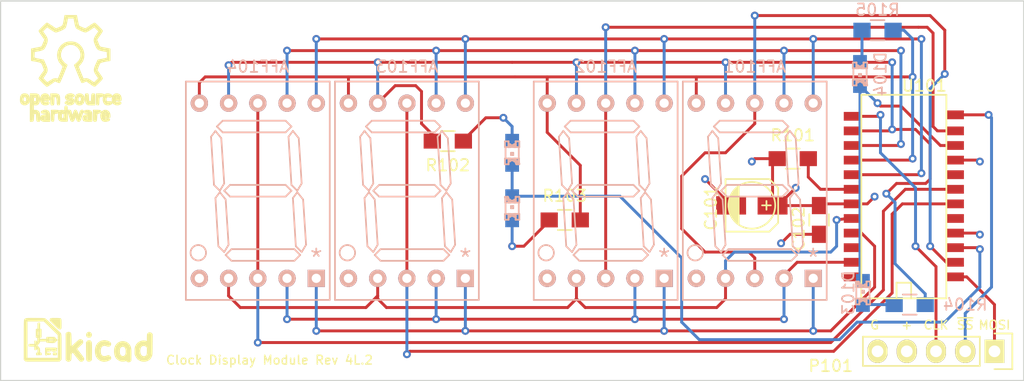
<source format=kicad_pcb>
(kicad_pcb (version 4) (host pcbnew "(2015-05-26 BZR 5680)-product")
  (title_block (title "Clock Display Module") (rev 4L.2))
  (layers (0 F.Cu signal) (1 V+ signal hide) (2 GND signal hide) (31 B.Cu signal) (34 B.Paste user) (35 F.Paste user) (36 B.SilkS user) (37 F.SilkS user) (38 B.Mask user) (39 F.Mask user) (44 Edge.Cuts user))
  (net 0 "")
  (net 1 Seg_E)
  (net 2 Seg_D)
  (net 3 Dig_0)
  (net 4 Seg_C)
  (net 5 Seg_B)
  (net 6 Seg_A)
  (net 7 Seg_F)
  (net 8 Seg_G)
  (net 9 Dig_1)
  (net 10 Dig_2)
  (net 11 Dig_3)
  (net 12 V+)
  (net 13 GND)
  (net 14 Signal)
  (net 15 MOSI)
  (net 16 ~SS)
  (net 17 CLK)
  (net 18 "Net-(R101-Pad2)")
  (net 19 "Net-(D101-Pad2)")
  (net 20 Colon)
  (net 21 "Net-(D102-Pad2)")
  (net 22 "Net-(D103-Pad2)")
  (net 23 "Net-(D104-Pad2)")
  (module Capacitors_SMD:c_elec_4x5.8 (layer F.Cu) (at 136.398 53.34)
    (fp_text reference C101 (at -3.556 0.254 90) (layer F.SilkS))
    (fp_text value 10u hide)
    (pad 1 smd rect (at 1.80086 0) (size 2.60096 1.6002) (layers F.Cu F.Paste F.Mask) (net 12 V+))
    (pad 2 smd rect (at -1.80086 0) (size 2.60096 1.6002) (layers F.Cu F.Paste F.Mask) (net 13 GND))
  )
  (module Capacitors_SMD:C_0805_HandSoldering (layer F.Cu) (at 142.24 54.61 270)
    (fp_text reference C102 (at 0.762 1.778 270) (layer F.SilkS))
    (fp_text value 0.1u hide)
    (pad 1 smd rect (at -1.25 0 270) (size 1.5 1.25) (layers F.Cu F.Paste F.Mask) (net 12 V+))
    (pad 2 smd rect (at 1.25 0 270) (size 1.5 1.25) (layers F.Cu F.Paste F.Mask) (net 13 GND))
  )
  (module LEDs:LED-0805 (layer B.Cu) (at 115.57 53.594 270)
    (fp_text reference D102 hide)
    (fp_text value Colon2)
    (pad 2 smd rect (at 1.04902 0 90) (size 1.19888 1.19888) (layers B.Cu B.Paste B.Mask) (net 21 "Net-(D102-Pad2)"))
    (pad 1 smd rect (at -1.04902 0 90) (size 1.19888 1.19888) (layers B.Cu B.Paste B.Mask) (net 20 Colon))
  )
  (module LEDs:LED-0805 (layer B.Cu) (at 146.05 60.96 270)
    (fp_text reference D103 (at 0 1.27 270) (layer B.SilkS) (effects (justify mirror)))
    (fp_text value Alarm)
    (pad 2 smd rect (at 1.04902 0 90) (size 1.19888 1.19888) (layers B.Cu B.Paste B.Mask) (net 22 "Net-(D103-Pad2)"))
    (pad 1 smd rect (at -1.04902 0 90) (size 1.19888 1.19888) (layers B.Cu B.Paste B.Mask) (net 14 Signal))
  )
  (module LEDs:LED-0805 (layer B.Cu) (at 145.796 41.91 90)
    (fp_text reference D104 (at 0 1.778 90) (layer B.SilkS) (effects (justify mirror)))
    (fp_text value Auto)
    (pad 2 smd rect (at 1.04902 0 270) (size 1.19888 1.19888) (layers B.Cu B.Paste B.Mask) (net 23 "Net-(D104-Pad2)"))
    (pad 1 smd rect (at -1.04902 0 270) (size 1.19888 1.19888) (layers B.Cu B.Paste B.Mask) (net 14 Signal))
  )
  (module Pin_Headers:Pin_Header_Straight_1x05 (layer F.Cu) (at 157.48 66.04 270)
    (fp_text reference P101 (at 1.27 14.224 360) (layer F.SilkS))
    (fp_text value CONN_01X05 hide)
    (pad 1 thru_hole rect (at 0 0 270) (size 2.032 1.7272) (drill 1.016) (layers *.Cu *.Mask F.SilkS) (net 15 MOSI))
    (pad 2 thru_hole oval (at 0 2.54 270) (size 2.032 1.7272) (drill 1.016) (layers *.Cu *.Mask F.SilkS) (net 16 ~SS))
    (pad 3 thru_hole oval (at 0 5.08 270) (size 2.032 1.7272) (drill 1.016) (layers *.Cu *.Mask F.SilkS) (net 17 CLK))
    (pad 4 thru_hole oval (at 0 7.62 270) (size 2.032 1.7272) (drill 1.016) (layers *.Cu *.Mask F.SilkS) (net 12 V+))
    (pad 5 thru_hole oval (at 0 10.16 270) (size 2.032 1.7272) (drill 1.016) (layers *.Cu *.Mask F.SilkS) (net 13 GND))
  )
  (module Resistors_SMD:R_0805_HandSoldering (layer F.Cu) (at 139.954 49.276)
    (fp_text reference R101 (at 0 -2.032) (layer F.SilkS))
    (fp_text value 25K hide)
    (pad 1 smd rect (at -1.35 0) (size 1.5 1.3) (layers F.Cu F.Paste F.Mask) (net 12 V+))
    (pad 2 smd rect (at 1.35 0) (size 1.5 1.3) (layers F.Cu F.Paste F.Mask) (net 18 "Net-(R101-Pad2)"))
  )
  (module LEDs:LED-0805 (layer B.Cu) (at 115.57 48.768 90)
    (fp_text reference D101 hide)
    (fp_text value Colon1)
    (pad 2 smd rect (at 1.04902 0 270) (size 1.19888 1.19888) (layers B.Cu B.Paste B.Mask) (net 19 "Net-(D101-Pad2)"))
    (pad 1 smd rect (at -1.04902 0 270) (size 1.19888 1.19888) (layers B.Cu B.Paste B.Mask) (net 20 Colon))
  )
  (module ClockFootprints:161_163_Series (layer B.Cu) (at 93.472 52.07 180)
    (fp_text reference AFF104 (at 0 10.795 180) (layer B.SilkS) (effects (justify mirror)))
    (fp_text value NKR161B)
    (fp_text user * (at -5.08 -5.842 180) (layer B.SilkS) (effects (font (size 1.5 1.5)) (justify mirror)))
    (pad 1 thru_hole rect (at -5.08 -7.62 180) (size 1.5 1.5) (drill 0.8) (layers *.Cu *.Mask B.SilkS) (net 1 Seg_E))
    (pad 2 thru_hole circle (at -2.54 -7.62 180) (size 1.5 1.5) (drill 0.8) (layers *.Cu *.Mask B.SilkS) (net 2 Seg_D))
    (pad 3 thru_hole circle (at 0 -7.62 180) (size 1.5 1.5) (drill 0.8) (layers *.Cu *.Mask B.SilkS) (net 11 Dig_3))
    (pad 4 thru_hole circle (at 2.54 -7.62 180) (size 1.5 1.5) (drill 0.8) (layers *.Cu *.Mask B.SilkS) (net 4 Seg_C))
    (pad 5 thru_hole circle (at 5.08 -7.62 180) (size 1.5 1.5) (drill 0.8) (layers *.Cu *.Mask B.SilkS))
    (pad 6 thru_hole circle (at 5.08 7.62 180) (size 1.5 1.5) (drill 0.8) (layers *.Cu *.Mask B.SilkS) (net 5 Seg_B))
    (pad 7 thru_hole circle (at 2.54 7.62 180) (size 1.5 1.5) (drill 0.8) (layers *.Cu *.Mask B.SilkS) (net 6 Seg_A))
    (pad 8 thru_hole circle (at 0 7.62 180) (size 1.5 1.5) (drill 0.8) (layers *.Cu *.Mask B.SilkS) (net 11 Dig_3))
    (pad 9 thru_hole circle (at -2.54 7.62 180) (size 1.5 1.5) (drill 0.8) (layers *.Cu *.Mask B.SilkS) (net 7 Seg_F))
    (pad 10 thru_hole circle (at -5.08 7.62 180) (size 1.5 1.5) (drill 0.8) (layers *.Cu *.Mask B.SilkS) (net 8 Seg_G))
  )
  (module ClockFootprints:161_163_Series (layer B.Cu) (at 106.426 52.07 180)
    (fp_text reference AFF103 (at 0 10.795 180) (layer B.SilkS) (effects (justify mirror)))
    (fp_text value NKR161B)
    (fp_text user * (at -5.08 -5.842 180) (layer B.SilkS) (effects (font (size 1.5 1.5)) (justify mirror)))
    (pad 1 thru_hole rect (at -5.08 -7.62 180) (size 1.5 1.5) (drill 0.8) (layers *.Cu *.Mask B.SilkS) (net 1 Seg_E))
    (pad 2 thru_hole circle (at -2.54 -7.62 180) (size 1.5 1.5) (drill 0.8) (layers *.Cu *.Mask B.SilkS) (net 2 Seg_D))
    (pad 3 thru_hole circle (at 0 -7.62 180) (size 1.5 1.5) (drill 0.8) (layers *.Cu *.Mask B.SilkS) (net 10 Dig_2))
    (pad 4 thru_hole circle (at 2.54 -7.62 180) (size 1.5 1.5) (drill 0.8) (layers *.Cu *.Mask B.SilkS) (net 4 Seg_C))
    (pad 5 thru_hole circle (at 5.08 -7.62 180) (size 1.5 1.5) (drill 0.8) (layers *.Cu *.Mask B.SilkS))
    (pad 6 thru_hole circle (at 5.08 7.62 180) (size 1.5 1.5) (drill 0.8) (layers *.Cu *.Mask B.SilkS) (net 5 Seg_B))
    (pad 7 thru_hole circle (at 2.54 7.62 180) (size 1.5 1.5) (drill 0.8) (layers *.Cu *.Mask B.SilkS) (net 6 Seg_A))
    (pad 8 thru_hole circle (at 0 7.62 180) (size 1.5 1.5) (drill 0.8) (layers *.Cu *.Mask B.SilkS) (net 10 Dig_2))
    (pad 9 thru_hole circle (at -2.54 7.62 180) (size 1.5 1.5) (drill 0.8) (layers *.Cu *.Mask B.SilkS) (net 7 Seg_F))
    (pad 10 thru_hole circle (at -5.08 7.62 180) (size 1.5 1.5) (drill 0.8) (layers *.Cu *.Mask B.SilkS) (net 8 Seg_G))
  )
  (module ClockFootprints:161_163_Series (layer B.Cu) (at 123.698 52.07 180)
    (fp_text reference AFF102 (at 0 10.795 180) (layer B.SilkS) (effects (justify mirror)))
    (fp_text value NKR161B)
    (fp_text user * (at -5.08 -5.842 180) (layer B.SilkS) (effects (font (size 1.5 1.5)) (justify mirror)))
    (pad 1 thru_hole rect (at -5.08 -7.62 180) (size 1.5 1.5) (drill 0.8) (layers *.Cu *.Mask B.SilkS) (net 1 Seg_E))
    (pad 2 thru_hole circle (at -2.54 -7.62 180) (size 1.5 1.5) (drill 0.8) (layers *.Cu *.Mask B.SilkS) (net 2 Seg_D))
    (pad 3 thru_hole circle (at 0 -7.62 180) (size 1.5 1.5) (drill 0.8) (layers *.Cu *.Mask B.SilkS) (net 9 Dig_1))
    (pad 4 thru_hole circle (at 2.54 -7.62 180) (size 1.5 1.5) (drill 0.8) (layers *.Cu *.Mask B.SilkS) (net 4 Seg_C))
    (pad 5 thru_hole circle (at 5.08 -7.62 180) (size 1.5 1.5) (drill 0.8) (layers *.Cu *.Mask B.SilkS))
    (pad 6 thru_hole circle (at 5.08 7.62 180) (size 1.5 1.5) (drill 0.8) (layers *.Cu *.Mask B.SilkS) (net 5 Seg_B))
    (pad 7 thru_hole circle (at 2.54 7.62 180) (size 1.5 1.5) (drill 0.8) (layers *.Cu *.Mask B.SilkS) (net 6 Seg_A))
    (pad 8 thru_hole circle (at 0 7.62 180) (size 1.5 1.5) (drill 0.8) (layers *.Cu *.Mask B.SilkS) (net 9 Dig_1))
    (pad 9 thru_hole circle (at -2.54 7.62 180) (size 1.5 1.5) (drill 0.8) (layers *.Cu *.Mask B.SilkS) (net 7 Seg_F))
    (pad 10 thru_hole circle (at -5.08 7.62 180) (size 1.5 1.5) (drill 0.8) (layers *.Cu *.Mask B.SilkS) (net 8 Seg_G))
  )
  (module ClockFootprints:161_163_Series (layer B.Cu) (at 136.652 52.07 180)
    (fp_text reference AFF101 (at 0 10.795 180) (layer B.SilkS) (effects (justify mirror)))
    (fp_text value NKR161B)
    (fp_text user * (at -5.08 -5.842 180) (layer B.SilkS) (effects (font (size 1.5 1.5)) (justify mirror)))
    (pad 1 thru_hole rect (at -5.08 -7.62 180) (size 1.5 1.5) (drill 0.8) (layers *.Cu *.Mask B.SilkS) (net 1 Seg_E))
    (pad 2 thru_hole circle (at -2.54 -7.62 180) (size 1.5 1.5) (drill 0.8) (layers *.Cu *.Mask B.SilkS) (net 2 Seg_D))
    (pad 3 thru_hole circle (at 0 -7.62 180) (size 1.5 1.5) (drill 0.8) (layers *.Cu *.Mask B.SilkS) (net 3 Dig_0))
    (pad 4 thru_hole circle (at 2.54 -7.62 180) (size 1.5 1.5) (drill 0.8) (layers *.Cu *.Mask B.SilkS) (net 4 Seg_C))
    (pad 5 thru_hole circle (at 5.08 -7.62 180) (size 1.5 1.5) (drill 0.8) (layers *.Cu *.Mask B.SilkS))
    (pad 6 thru_hole circle (at 5.08 7.62 180) (size 1.5 1.5) (drill 0.8) (layers *.Cu *.Mask B.SilkS) (net 5 Seg_B))
    (pad 7 thru_hole circle (at 2.54 7.62 180) (size 1.5 1.5) (drill 0.8) (layers *.Cu *.Mask B.SilkS) (net 6 Seg_A))
    (pad 8 thru_hole circle (at 0 7.62 180) (size 1.5 1.5) (drill 0.8) (layers *.Cu *.Mask B.SilkS) (net 3 Dig_0))
    (pad 9 thru_hole circle (at -2.54 7.62 180) (size 1.5 1.5) (drill 0.8) (layers *.Cu *.Mask B.SilkS) (net 7 Seg_F))
    (pad 10 thru_hole circle (at -5.08 7.62 180) (size 1.5 1.5) (drill 0.8) (layers *.Cu *.Mask B.SilkS) (net 8 Seg_G))
  )
  (module ClockFootprints:SOIC-24 (layer F.Cu) (at 149.606 52.578 90)
    (fp_text reference U101 (at 9.652 1.778 180) (layer F.SilkS))
    (fp_text value MAX7221 hide)
    (pad 1 smd rect (at -6.985 4.4577 90) (size 0.762 1.524) (layers F.Cu F.Paste F.Mask) (net 15 MOSI))
    (pad 2 smd rect (at -5.715 4.4577 90) (size 0.762 1.524) (layers F.Cu F.Paste F.Mask) (net 3 Dig_0))
    (pad 3 smd rect (at -4.445 4.4577 90) (size 0.762 1.524) (layers F.Cu F.Paste F.Mask) (net 20 Colon))
    (pad 4 smd rect (at -3.175 4.4577 90) (size 0.762 1.524) (layers F.Cu F.Paste F.Mask) (net 13 GND))
    (pad 5 smd rect (at -1.905 4.4577 90) (size 0.762 1.524) (layers F.Cu F.Paste F.Mask))
    (pad 6 smd rect (at -0.635 4.4577 90) (size 0.762 1.524) (layers F.Cu F.Paste F.Mask) (net 10 Dig_2))
    (pad 7 smd rect (at 0.635 4.4577 90) (size 0.762 1.524) (layers F.Cu F.Paste F.Mask) (net 11 Dig_3))
    (pad 8 smd rect (at 1.905 4.4577 90) (size 0.762 1.524) (layers F.Cu F.Paste F.Mask))
    (pad 9 smd rect (at 3.175 4.4577 90) (size 0.762 1.524) (layers F.Cu F.Paste F.Mask) (net 13 GND))
    (pad 10 smd rect (at 4.445 4.4577 90) (size 0.762 1.524) (layers F.Cu F.Paste F.Mask) (net 14 Signal))
    (pad 11 smd rect (at 5.715 4.4577 90) (size 0.762 1.524) (layers F.Cu F.Paste F.Mask) (net 9 Dig_1))
    (pad 12 smd rect (at 7.112 4.4577 90) (size 0.762 1.524) (layers F.Cu F.Paste F.Mask) (net 16 ~SS))
    (pad 24 smd rect (at -6.985 -4.4577 90) (size 0.762 1.524) (layers F.Cu F.Paste F.Mask))
    (pad 23 smd rect (at -5.715 -4.4577 90) (size 0.762 1.524) (layers F.Cu F.Paste F.Mask) (net 2 Seg_D))
    (pad 22 smd rect (at -4.445 -4.4577 90) (size 0.762 1.524) (layers F.Cu F.Paste F.Mask))
    (pad 21 smd rect (at -3.175 -4.4577 90) (size 0.762 1.524) (layers F.Cu F.Paste F.Mask) (net 1 Seg_E))
    (pad 20 smd rect (at -1.905 -4.4577 90) (size 0.762 1.524) (layers F.Cu F.Paste F.Mask) (net 4 Seg_C))
    (pad 19 smd rect (at -0.635 -4.4577 90) (size 0.762 1.524) (layers F.Cu F.Paste F.Mask) (net 12 V+))
    (pad 18 smd rect (at 0.635 -4.4577 90) (size 0.762 1.524) (layers F.Cu F.Paste F.Mask) (net 18 "Net-(R101-Pad2)"))
    (pad 17 smd rect (at 1.905 -4.4577 90) (size 0.762 1.524) (layers F.Cu F.Paste F.Mask) (net 8 Seg_G))
    (pad 16 smd rect (at 3.175 -4.4577 90) (size 0.762 1.524) (layers F.Cu F.Paste F.Mask) (net 5 Seg_B))
    (pad 15 smd rect (at 4.445 -4.4577 90) (size 0.762 1.524) (layers F.Cu F.Paste F.Mask) (net 7 Seg_F))
    (pad 14 smd rect (at 5.715 -4.4577 90) (size 0.762 1.524) (layers F.Cu F.Paste F.Mask) (net 6 Seg_A))
    (pad 13 smd rect (at 6.985 -4.4577 90) (size 0.762 1.524) (layers F.Cu F.Paste F.Mask) (net 17 CLK))
  )
  (module Resistors_SMD:R_0805_HandSoldering (layer F.Cu) (at 109.982 47.752 180)
    (fp_text reference R102 (at 0 -2.1 180) (layer F.SilkS))
    (fp_text value 0 hide)
    (pad 1 smd rect (at -1.35 0 180) (size 1.5 1.3) (layers F.Cu F.Paste F.Mask) (net 19 "Net-(D101-Pad2)"))
    (pad 2 smd rect (at 1.35 0 180) (size 1.5 1.3) (layers F.Cu F.Paste F.Mask) (net 6 Seg_A))
  )
  (module Resistors_SMD:R_0805_HandSoldering (layer F.Cu) (at 120.142 54.61)
    (fp_text reference R103 (at 0 -2.1) (layer F.SilkS))
    (fp_text value 0 hide)
    (pad 1 smd rect (at -1.35 0) (size 1.5 1.3) (layers F.Cu F.Paste F.Mask) (net 21 "Net-(D102-Pad2)"))
    (pad 2 smd rect (at 1.35 0) (size 1.5 1.3) (layers F.Cu F.Paste F.Mask) (net 5 Seg_B))
  )
  (module Resistors_SMD:R_0805_HandSoldering (layer B.Cu) (at 150.114 61.976)
    (fp_text reference R104 (at 4.826 0) (layer B.SilkS) (effects (justify mirror)))
    (fp_text value 0 hide)
    (pad 1 smd rect (at -1.35 0) (size 1.5 1.3) (layers B.Cu B.Paste B.Mask) (net 22 "Net-(D103-Pad2)"))
    (pad 2 smd rect (at 1.35 0) (size 1.5 1.3) (layers B.Cu B.Paste B.Mask) (net 6 Seg_A))
  )
  (module Resistors_SMD:R_0805_HandSoldering (layer B.Cu) (at 147.32 38.1)
    (fp_text reference R105 (at 0 -1.778) (layer B.SilkS) (effects (justify mirror)))
    (fp_text value 0 hide)
    (pad 1 smd rect (at -1.35 0) (size 1.5 1.3) (layers B.Cu B.Paste B.Mask) (net 23 "Net-(D104-Pad2)"))
    (pad 2 smd rect (at 1.35 0) (size 1.5 1.3) (layers B.Cu B.Paste B.Mask) (net 5 Seg_B))
  )
  (module ClockFootprints:kicad_logo (layer F.Cu) (at 78.74 65.024)
    (fp_text reference G*** hide)
    (fp_text value LOGO hide)
  )
  (module ClockFootprints:osh_outline_logo (layer F.Cu) (at 77.216 41.402)
    (fp_text reference G*** hide)
    (fp_text value LOGO hide)
  )
  (gr_text "Clock Display Module Rev 4L.2" (at 94.488 66.802) (layer F.SilkS) (effects (font (size 0.762 0.762) (thickness 0.127))))
  (gr_text MOSI (at 157.48 63.754) (layer F.SilkS) (effects (font (size 0.762 0.762) (thickness 0.127))))
  (gr_text ~SS (at 154.94 63.754) (layer F.SilkS) (effects (font (size 0.762 0.762) (thickness 0.127))))
  (gr_text CLK (at 152.4 63.754) (layer F.SilkS) (effects (font (size 0.762 0.762) (thickness 0.127))))
  (gr_text + (at 149.86 63.754) (layer F.SilkS) (effects (font (size 0.762 0.762) (thickness 0.127))))
  (gr_text G (at 147.066 63.754) (layer F.SilkS) (effects (font (size 0.762 0.762) (thickness 0.127))))
  (gr_line (start 71.12 68.58) (end 71.12 35.56) (angle 90) (layer Edge.Cuts) (width 0.1))
  (gr_line (start 160.02 68.58) (end 71.12 68.58) (angle 90) (layer Edge.Cuts) (width 0.1))
  (gr_line (start 160.02 35.56) (end 160.02 68.58) (angle 90) (layer Edge.Cuts) (width 0.1))
  (gr_line (start 71.12 35.56) (end 160.02 35.56) (angle 90) (layer Edge.Cuts) (width 0.1))
  (segment (start 141.732 64.262) (end 143.256 64.262) (width 0.254) (layer F.Cu) (net 1))
  (segment (start 145.923 55.753) (end 145.1483 55.753) (width 0.254) (layer F.Cu) (net 1))
  (segment (start 147.066 56.896) (end 145.923 55.753) (width 0.254) (layer F.Cu) (net 1))
  (segment (start 147.066 60.452) (end 147.066 56.896) (width 0.254) (layer F.Cu) (net 1))
  (segment (start 143.256 64.262) (end 147.066 60.452) (width 0.254) (layer F.Cu) (net 1))
  (segment (start 128.778 64.262) (end 141.732 64.262) (width 0.254) (layer F.Cu) (net 1))
  (segment (start 141.732 64.262) (end 141.732 59.69) (width 0.254) (layer B.Cu) (net 1))
  (via (at 141.732 64.262) (size 0.6858) (layers F.Cu B.Cu) (net 1))
  (segment (start 111.506 64.262) (end 128.778 64.262) (width 0.254) (layer F.Cu) (net 1))
  (segment (start 128.778 64.262) (end 128.778 59.69) (width 0.254) (layer B.Cu) (net 1))
  (via (at 128.778 64.262) (size 0.6858) (layers F.Cu B.Cu) (net 1))
  (segment (start 98.552 59.69) (end 98.552 64.262) (width 0.254) (layer B.Cu) (net 1))
  (segment (start 111.506 64.262) (end 111.506 59.69) (width 0.254) (layer B.Cu) (net 1))
  (via (at 111.506 64.262) (size 0.6858) (layers F.Cu B.Cu) (net 1))
  (segment (start 98.552 64.262) (end 111.506 64.262) (width 0.254) (layer F.Cu) (net 1))
  (via (at 98.552 64.262) (size 0.6858) (layers F.Cu B.Cu) (net 1))
  (segment (start 139.192 59.69) (end 139.192 59.436) (width 0.254) (layer F.Cu) (net 2))
  (segment (start 139.192 59.436) (end 140.335 58.293) (width 0.254) (layer F.Cu) (net 2))
  (segment (start 140.335 58.293) (end 145.1483 58.293) (width 0.254) (layer F.Cu) (net 2))
  (segment (start 126.238 63.246) (end 139.192 63.246) (width 0.254) (layer F.Cu) (net 2))
  (segment (start 139.192 63.246) (end 139.192 59.69) (width 0.254) (layer B.Cu) (net 2))
  (via (at 139.192 63.246) (size 0.6858) (layers F.Cu B.Cu) (net 2))
  (segment (start 108.966 63.246) (end 126.238 63.246) (width 0.254) (layer F.Cu) (net 2))
  (segment (start 126.238 63.246) (end 126.238 59.69) (width 0.254) (layer B.Cu) (net 2))
  (via (at 126.238 63.246) (size 0.6858) (layers F.Cu B.Cu) (net 2))
  (segment (start 96.012 59.69) (end 96.012 63.246) (width 0.254) (layer B.Cu) (net 2))
  (segment (start 108.966 63.246) (end 108.966 59.69) (width 0.254) (layer B.Cu) (net 2))
  (via (at 108.966 63.246) (size 0.6858) (layers F.Cu B.Cu) (net 2))
  (segment (start 96.012 63.246) (end 108.966 63.246) (width 0.254) (layer F.Cu) (net 2))
  (via (at 96.012 63.246) (size 0.6858) (layers F.Cu B.Cu) (net 2))
  (segment (start 136.652 36.83) (end 151.892 36.83) (width 0.254) (layer F.Cu) (net 3))
  (via (at 136.652 36.83) (size 0.6858) (layers F.Cu B.Cu) (net 3))
  (segment (start 136.652 44.45) (end 136.652 36.83) (width 0.254) (layer B.Cu) (net 3))
  (segment (start 153.289 58.293) (end 154.0637 58.293) (width 0.254) (layer F.Cu) (net 3))
  (segment (start 151.892 56.896) (end 153.289 58.293) (width 0.254) (layer F.Cu) (net 3))
  (via (at 151.892 56.896) (size 0.6858) (layers F.Cu B.Cu) (net 3))
  (segment (start 151.892 43.18) (end 151.892 56.896) (width 0.254) (layer B.Cu) (net 3))
  (segment (start 153.162 41.91) (end 151.892 43.18) (width 0.254) (layer B.Cu) (net 3))
  (via (at 153.162 41.91) (size 0.6858) (layers F.Cu B.Cu) (net 3))
  (segment (start 153.162 38.1) (end 153.162 41.91) (width 0.254) (layer F.Cu) (net 3))
  (segment (start 151.892 36.83) (end 153.162 38.1) (width 0.254) (layer F.Cu) (net 3))
  (segment (start 136.652 44.45) (end 136.652 46.228) (width 0.254) (layer F.Cu) (net 3))
  (segment (start 136.652 57.912) (end 136.652 59.69) (width 0.254) (layer F.Cu) (net 3))
  (segment (start 136.144 57.404) (end 136.652 57.912) (width 0.254) (layer F.Cu) (net 3))
  (segment (start 132.334 57.404) (end 136.144 57.404) (width 0.254) (layer F.Cu) (net 3))
  (segment (start 130.302 55.372) (end 132.334 57.404) (width 0.254) (layer F.Cu) (net 3))
  (segment (start 130.302 50.8) (end 130.302 55.372) (width 0.254) (layer F.Cu) (net 3))
  (segment (start 132.334 48.768) (end 130.302 50.8) (width 0.254) (layer F.Cu) (net 3))
  (segment (start 134.112 48.768) (end 132.334 48.768) (width 0.254) (layer F.Cu) (net 3))
  (segment (start 136.652 46.228) (end 134.112 48.768) (width 0.254) (layer F.Cu) (net 3))
  (segment (start 134.112 59.69) (end 134.112 58.166) (width 0.254) (layer B.Cu) (net 4))
  (segment (start 143.764 54.61) (end 144.653 54.483) (width 0.254) (layer F.Cu) (net 4))
  (via (at 143.764 54.61) (size 0.6858) (layers F.Cu B.Cu) (net 4))
  (segment (start 143.764 56.896) (end 143.764 54.61) (width 0.254) (layer B.Cu) (net 4))
  (segment (start 143.256 57.404) (end 143.764 56.896) (width 0.254) (layer B.Cu) (net 4))
  (segment (start 134.874 57.404) (end 143.256 57.404) (width 0.254) (layer B.Cu) (net 4))
  (segment (start 134.112 58.166) (end 134.874 57.404) (width 0.254) (layer B.Cu) (net 4))
  (segment (start 144.653 54.483) (end 145.1483 54.483) (width 0.254) (layer F.Cu) (net 4))
  (segment (start 121.158 61.468) (end 120.396 62.23) (width 0.254) (layer F.Cu) (net 4))
  (segment (start 103.886 61.468) (end 103.886 61.214) (width 0.254) (layer F.Cu) (net 4))
  (segment (start 104.648 62.23) (end 103.886 61.468) (width 0.254) (layer F.Cu) (net 4))
  (segment (start 120.396 62.23) (end 104.648 62.23) (width 0.254) (layer F.Cu) (net 4))
  (segment (start 121.158 61.468) (end 121.92 62.23) (width 0.254) (layer F.Cu) (net 4))
  (segment (start 134.112 61.468) (end 134.112 59.69) (width 0.254) (layer F.Cu) (net 4))
  (segment (start 133.35 62.23) (end 134.112 61.468) (width 0.254) (layer F.Cu) (net 4))
  (segment (start 121.92 62.23) (end 133.35 62.23) (width 0.254) (layer F.Cu) (net 4))
  (segment (start 121.158 61.468) (end 121.158 59.69) (width 0.254) (layer F.Cu) (net 4))
  (segment (start 90.932 59.69) (end 90.932 61.214) (width 0.254) (layer F.Cu) (net 4))
  (segment (start 90.932 61.214) (end 91.948 62.23) (width 0.254) (layer F.Cu) (net 4))
  (segment (start 91.948 62.23) (end 102.87 62.23) (width 0.254) (layer F.Cu) (net 4))
  (segment (start 103.759 61.341) (end 103.886 61.214) (width 0.254) (layer F.Cu) (net 4))
  (segment (start 102.87 62.23) (end 103.759 61.341) (width 0.254) (layer F.Cu) (net 4))
  (segment (start 103.886 61.214) (end 103.886 59.69) (width 0.254) (layer F.Cu) (net 4))
  (segment (start 121.492 54.61) (end 121.492 49.864) (width 0.254) (layer F.Cu) (net 5))
  (segment (start 118.618 46.99) (end 118.618 44.45) (width 0.254) (layer F.Cu) (net 5))
  (segment (start 121.492 49.864) (end 118.618 46.99) (width 0.254) (layer F.Cu) (net 5))
  (segment (start 148.67 38.1) (end 149.606 38.1) (width 0.254) (layer B.Cu) (net 5))
  (segment (start 150.368 38.862) (end 150.368 42.164) (width 0.254) (layer B.Cu) (net 5))
  (segment (start 149.606 38.1) (end 150.368 38.862) (width 0.254) (layer B.Cu) (net 5))
  (via (at 150.368 42.164) (size 0.6858) (layers F.Cu B.Cu) (net 5))
  (segment (start 145.1483 49.403) (end 150.241 49.403) (width 0.254) (layer F.Cu) (net 5))
  (segment (start 150.368 49.276) (end 150.241 49.403) (width 0.254) (layer F.Cu) (net 5))
  (via (at 150.368 49.276) (size 0.6858) (layers F.Cu B.Cu) (net 5))
  (segment (start 150.368 49.276) (end 150.368 42.164) (width 0.254) (layer B.Cu) (net 5))
  (segment (start 131.572 44.45) (end 131.572 42.164) (width 0.254) (layer F.Cu) (net 5))
  (segment (start 118.618 44.45) (end 118.618 42.164) (width 0.254) (layer F.Cu) (net 5))
  (segment (start 101.346 44.45) (end 101.346 42.164) (width 0.254) (layer F.Cu) (net 5))
  (segment (start 88.392 44.45) (end 88.392 42.672) (width 0.254) (layer F.Cu) (net 5))
  (segment (start 88.9 42.164) (end 101.346 42.164) (width 0.254) (layer F.Cu) (net 5))
  (segment (start 101.346 42.164) (end 115.824 42.164) (width 0.254) (layer F.Cu) (net 5))
  (segment (start 115.824 42.164) (end 118.618 42.164) (width 0.254) (layer F.Cu) (net 5))
  (segment (start 118.618 42.164) (end 131.572 42.164) (width 0.254) (layer F.Cu) (net 5))
  (segment (start 131.572 42.164) (end 150.368 42.164) (width 0.254) (layer F.Cu) (net 5))
  (segment (start 88.392 42.672) (end 88.9 42.164) (width 0.254) (layer F.Cu) (net 5))
  (segment (start 108.632 47.752) (end 108.632 47.164) (width 0.254) (layer F.Cu) (net 6))
  (segment (start 108.632 47.164) (end 107.696 46.228) (width 0.254) (layer F.Cu) (net 6))
  (segment (start 107.696 46.228) (end 107.696 43.434) (width 0.254) (layer F.Cu) (net 6))
  (segment (start 107.696 43.434) (end 107.188 42.926) (width 0.254) (layer F.Cu) (net 6))
  (segment (start 107.188 42.926) (end 105.41 42.926) (width 0.254) (layer F.Cu) (net 6))
  (segment (start 105.41 42.926) (end 103.886 44.45) (width 0.254) (layer F.Cu) (net 6))
  (segment (start 151.464 61.976) (end 151.464 61.04) (width 0.254) (layer B.Cu) (net 6))
  (segment (start 150.622 46.736) (end 148.59 46.736) (width 0.254) (layer F.Cu) (net 6))
  (segment (start 151.892 48.006) (end 150.622 46.736) (width 0.254) (layer F.Cu) (net 6))
  (segment (start 151.892 51.054) (end 151.892 48.006) (width 0.254) (layer F.Cu) (net 6))
  (segment (start 151.511002 51.434998) (end 151.892 51.054) (width 0.254) (layer F.Cu) (net 6))
  (segment (start 148.971002 51.434998) (end 151.511002 51.434998) (width 0.254) (layer F.Cu) (net 6))
  (segment (start 148.082 52.324) (end 148.971002 51.434998) (width 0.254) (layer F.Cu) (net 6))
  (via (at 148.082 52.324) (size 0.6858) (layers F.Cu B.Cu) (net 6))
  (segment (start 148.844 53.086) (end 148.082 52.324) (width 0.254) (layer B.Cu) (net 6))
  (segment (start 148.844 58.42) (end 148.844 53.086) (width 0.254) (layer B.Cu) (net 6))
  (segment (start 151.464 61.04) (end 148.844 58.42) (width 0.254) (layer B.Cu) (net 6))
  (via (at 148.59 40.894) (size 0.6858) (layers F.Cu B.Cu) (net 6))
  (segment (start 145.1483 46.863) (end 148.463 46.863) (width 0.254) (layer F.Cu) (net 6))
  (segment (start 148.59 46.736) (end 148.463 46.863) (width 0.254) (layer F.Cu) (net 6))
  (via (at 148.59 46.736) (size 0.6858) (layers F.Cu B.Cu) (net 6))
  (segment (start 148.59 46.736) (end 148.59 40.894) (width 0.254) (layer B.Cu) (net 6))
  (segment (start 134.112 44.45) (end 134.112 40.894) (width 0.254) (layer B.Cu) (net 6))
  (via (at 134.112 40.894) (size 0.6858) (layers F.Cu B.Cu) (net 6))
  (segment (start 121.158 44.45) (end 121.158 40.894) (width 0.254) (layer B.Cu) (net 6))
  (via (at 121.158 40.894) (size 0.6858) (layers F.Cu B.Cu) (net 6))
  (segment (start 103.886 44.45) (end 103.886 40.894) (width 0.254) (layer B.Cu) (net 6))
  (via (at 103.886 40.894) (size 0.6858) (layers F.Cu B.Cu) (net 6))
  (segment (start 90.932 44.45) (end 90.932 41.148) (width 0.254) (layer B.Cu) (net 6))
  (segment (start 91.186 40.894) (end 103.886 40.894) (width 0.254) (layer F.Cu) (net 6))
  (segment (start 103.886 40.894) (end 115.57 40.894) (width 0.254) (layer F.Cu) (net 6))
  (segment (start 115.57 40.894) (end 121.158 40.894) (width 0.254) (layer F.Cu) (net 6))
  (segment (start 121.158 40.894) (end 134.112 40.894) (width 0.254) (layer F.Cu) (net 6))
  (segment (start 134.112 40.894) (end 148.59 40.894) (width 0.254) (layer F.Cu) (net 6))
  (segment (start 90.932 41.148) (end 91.186 40.894) (width 0.254) (layer F.Cu) (net 6))
  (via (at 90.932 41.148) (size 0.6858) (layers F.Cu B.Cu) (net 6))
  (via (at 149.352 39.878) (size 0.6858) (layers F.Cu B.Cu) (net 7))
  (segment (start 145.1483 48.133) (end 149.225 48.133) (width 0.254) (layer F.Cu) (net 7))
  (segment (start 149.352 48.006) (end 149.225 48.133) (width 0.254) (layer F.Cu) (net 7))
  (via (at 149.352 48.006) (size 0.6858) (layers F.Cu B.Cu) (net 7))
  (segment (start 149.352 48.006) (end 149.352 39.878) (width 0.254) (layer B.Cu) (net 7))
  (segment (start 139.192 44.45) (end 139.192 39.878) (width 0.254) (layer B.Cu) (net 7))
  (via (at 139.192 39.878) (size 0.6858) (layers F.Cu B.Cu) (net 7))
  (segment (start 126.238 44.45) (end 126.238 39.878) (width 0.254) (layer B.Cu) (net 7))
  (via (at 126.238 39.878) (size 0.6858) (layers F.Cu B.Cu) (net 7))
  (segment (start 108.966 44.45) (end 108.966 39.878) (width 0.254) (layer B.Cu) (net 7))
  (via (at 108.966 39.878) (size 0.6858) (layers F.Cu B.Cu) (net 7))
  (segment (start 96.012 44.45) (end 96.012 39.878) (width 0.254) (layer B.Cu) (net 7))
  (segment (start 96.012 39.878) (end 108.966 39.878) (width 0.254) (layer F.Cu) (net 7))
  (segment (start 108.966 39.878) (end 126.238 39.878) (width 0.254) (layer F.Cu) (net 7))
  (segment (start 126.238 39.878) (end 139.192 39.878) (width 0.254) (layer F.Cu) (net 7))
  (segment (start 139.192 39.878) (end 149.352 39.878) (width 0.254) (layer F.Cu) (net 7))
  (via (at 96.012 39.878) (size 0.6858) (layers F.Cu B.Cu) (net 7))
  (via (at 151.13 38.862) (size 0.6858) (layers F.Cu B.Cu) (net 8))
  (segment (start 145.1483 50.673) (end 151.003 50.673) (width 0.254) (layer F.Cu) (net 8))
  (segment (start 151.13 50.546) (end 151.003 50.673) (width 0.254) (layer F.Cu) (net 8))
  (via (at 151.13 50.546) (size 0.6858) (layers F.Cu B.Cu) (net 8))
  (segment (start 151.13 50.546) (end 151.13 38.862) (width 0.254) (layer B.Cu) (net 8))
  (segment (start 141.732 44.45) (end 141.732 38.862) (width 0.254) (layer B.Cu) (net 8))
  (via (at 141.732 38.862) (size 0.6858) (layers F.Cu B.Cu) (net 8))
  (segment (start 128.778 44.45) (end 128.778 38.862) (width 0.254) (layer B.Cu) (net 8))
  (via (at 128.778 38.862) (size 0.6858) (layers F.Cu B.Cu) (net 8))
  (segment (start 111.506 44.45) (end 111.506 38.862) (width 0.254) (layer B.Cu) (net 8))
  (via (at 111.506 38.862) (size 0.6858) (layers F.Cu B.Cu) (net 8))
  (segment (start 98.552 44.45) (end 98.552 38.862) (width 0.254) (layer B.Cu) (net 8))
  (segment (start 98.552 38.862) (end 111.506 38.862) (width 0.254) (layer F.Cu) (net 8))
  (segment (start 111.506 38.862) (end 128.778 38.862) (width 0.254) (layer F.Cu) (net 8))
  (segment (start 128.778 38.862) (end 141.732 38.862) (width 0.254) (layer F.Cu) (net 8))
  (segment (start 141.732 38.862) (end 151.13 38.862) (width 0.254) (layer F.Cu) (net 8))
  (via (at 98.552 38.862) (size 0.6858) (layers F.Cu B.Cu) (net 8))
  (segment (start 123.698 44.45) (end 123.698 37.846) (width 0.254) (layer B.Cu) (net 9))
  (segment (start 152.527 46.863) (end 154.0637 46.863) (width 0.254) (layer F.Cu) (net 9))
  (segment (start 152.146 46.482) (end 152.527 46.863) (width 0.254) (layer F.Cu) (net 9))
  (segment (start 152.146 38.354) (end 152.146 46.482) (width 0.254) (layer F.Cu) (net 9))
  (segment (start 151.638 37.846) (end 152.146 38.354) (width 0.254) (layer F.Cu) (net 9))
  (segment (start 150.876 37.846) (end 151.638 37.846) (width 0.254) (layer F.Cu) (net 9))
  (segment (start 123.698 37.846) (end 150.876 37.846) (width 0.254) (layer F.Cu) (net 9))
  (via (at 123.698 37.846) (size 0.6858) (layers F.Cu B.Cu) (net 9))
  (segment (start 123.698 44.45) (end 123.698 59.69) (width 0.254) (layer F.Cu) (net 9))
  (segment (start 106.426 59.69) (end 106.426 66.294) (width 0.254) (layer B.Cu) (net 10))
  (segment (start 149.479 53.213) (end 154.0637 53.213) (width 0.254) (layer F.Cu) (net 10))
  (segment (start 148.59 54.102) (end 149.479 53.213) (width 0.254) (layer F.Cu) (net 10))
  (segment (start 148.59 60.96) (end 148.59 54.102) (width 0.254) (layer F.Cu) (net 10))
  (segment (start 143.51 66.04) (end 148.59 60.96) (width 0.254) (layer F.Cu) (net 10))
  (segment (start 106.68 66.04) (end 143.51 66.04) (width 0.254) (layer F.Cu) (net 10))
  (segment (start 106.426 66.294) (end 106.68 66.04) (width 0.254) (layer F.Cu) (net 10))
  (via (at 106.426 66.294) (size 0.6858) (layers F.Cu B.Cu) (net 10))
  (segment (start 106.426 44.45) (end 106.426 59.69) (width 0.254) (layer F.Cu) (net 10))
  (segment (start 93.472 65.278) (end 143.256 65.278) (width 0.254) (layer F.Cu) (net 11))
  (via (at 93.472 65.278) (size 0.6858) (layers F.Cu B.Cu) (net 11))
  (segment (start 93.472 59.69) (end 93.472 65.278) (width 0.254) (layer B.Cu) (net 11))
  (segment (start 149.733 51.943) (end 154.0637 51.943) (width 0.254) (layer F.Cu) (net 11))
  (segment (start 147.828 53.848) (end 149.733 51.943) (width 0.254) (layer F.Cu) (net 11))
  (segment (start 147.828 60.706) (end 147.828 53.848) (width 0.254) (layer F.Cu) (net 11))
  (segment (start 143.256 65.278) (end 147.828 60.706) (width 0.254) (layer F.Cu) (net 11))
  (segment (start 93.472 44.45) (end 93.472 59.69) (width 0.254) (layer F.Cu) (net 11))
  (segment (start 138.604 49.276) (end 136.652 49.276) (width 0.254) (layer F.Cu) (net 12))
  (via (at 136.398 49.53) (size 0.6858) (layers F.Cu B.Cu) (net 12))
  (segment (start 136.652 49.276) (end 136.398 49.53) (width 0.254) (layer F.Cu) (net 12))
  (segment (start 138.19886 53.34) (end 138.684 53.34) (width 0.254) (layer F.Cu) (net 12))
  (segment (start 138.684 53.34) (end 140.208 51.816) (width 0.254) (layer F.Cu) (net 12))
  (via (at 140.208 51.816) (size 0.6858) (layers F.Cu B.Cu) (net 12))
  (segment (start 145.1483 53.213) (end 146.431 53.213) (width 0.254) (layer F.Cu) (net 12))
  (via (at 147.066 52.578) (size 0.6858) (layers F.Cu B.Cu) (net 12))
  (segment (start 146.431 53.213) (end 147.066 52.578) (width 0.254) (layer F.Cu) (net 12))
  (segment (start 138.19886 53.34) (end 138.19886 49.68114) (width 0.254) (layer F.Cu) (net 12))
  (segment (start 138.19886 49.68114) (end 138.604 49.276) (width 0.254) (layer F.Cu) (net 12))
  (segment (start 142.24 53.36) (end 138.21886 53.36) (width 0.254) (layer F.Cu) (net 12))
  (segment (start 138.21886 53.36) (end 138.19886 53.34) (width 0.254) (layer F.Cu) (net 12))
  (segment (start 145.1483 53.213) (end 142.387 53.213) (width 0.254) (layer F.Cu) (net 12))
  (segment (start 142.387 53.213) (end 142.24 53.36) (width 0.254) (layer F.Cu) (net 12))
  (segment (start 154.0637 55.753) (end 156.083 55.753) (width 0.254) (layer F.Cu) (net 13))
  (via (at 156.21 55.88) (size 0.6858) (layers F.Cu B.Cu) (net 13))
  (segment (start 156.083 55.753) (end 156.21 55.88) (width 0.254) (layer F.Cu) (net 13))
  (segment (start 154.0637 49.403) (end 156.083 49.403) (width 0.254) (layer F.Cu) (net 13))
  (via (at 156.21 49.53) (size 0.6858) (layers F.Cu B.Cu) (net 13))
  (segment (start 156.083 49.403) (end 156.21 49.53) (width 0.254) (layer F.Cu) (net 13))
  (segment (start 142.24 55.86) (end 139.72 55.86) (width 0.254) (layer F.Cu) (net 13))
  (via (at 138.938 56.642) (size 0.6858) (layers F.Cu B.Cu) (net 13))
  (segment (start 139.72 55.86) (end 138.938 56.642) (width 0.254) (layer F.Cu) (net 13))
  (segment (start 134.59714 53.34) (end 134.59714 53.31714) (width 0.254) (layer F.Cu) (net 13))
  (segment (start 134.59714 53.31714) (end 132.334 51.054) (width 0.254) (layer F.Cu) (net 13))
  (via (at 132.334 51.054) (size 0.6858) (layers F.Cu B.Cu) (net 13))
  (segment (start 145.796 42.95902) (end 145.82902 42.95902) (width 0.254) (layer B.Cu) (net 14))
  (segment (start 145.82902 42.95902) (end 147.32 44.45) (width 0.254) (layer B.Cu) (net 14))
  (segment (start 152.781 48.133) (end 154.0637 48.133) (width 0.254) (layer F.Cu) (net 14))
  (segment (start 149.352 44.704) (end 152.781 48.133) (width 0.254) (layer F.Cu) (net 14))
  (segment (start 147.574 44.704) (end 149.352 44.704) (width 0.254) (layer F.Cu) (net 14))
  (segment (start 147.32 44.45) (end 147.574 44.704) (width 0.254) (layer F.Cu) (net 14))
  (via (at 147.32 44.45) (size 0.6858) (layers F.Cu B.Cu) (net 14))
  (segment (start 145.796 42.95902) (end 145.796 51.308) (width 0.254) (layer B.Cu) (net 14))
  (segment (start 145.796 51.308) (end 145.796 59.65698) (width 0.254) (layer B.Cu) (net 14))
  (segment (start 145.796 59.65698) (end 146.05 59.91098) (width 0.254) (layer B.Cu) (net 14))
  (segment (start 145.57502 59.91098) (end 146.05 59.91098) (width 0.254) (layer B.Cu) (net 14))
  (segment (start 157.48 66.04) (end 157.48 61.976) (width 0.254) (layer F.Cu) (net 15))
  (segment (start 155.067 59.563) (end 154.0637 59.563) (width 0.254) (layer F.Cu) (net 15))
  (segment (start 157.48 61.976) (end 155.067 59.563) (width 0.254) (layer F.Cu) (net 15))
  (segment (start 153.9367 59.436) (end 154.0637 59.563) (width 0.254) (layer F.Cu) (net 15))
  (segment (start 154.94 66.04) (end 154.94 62.738) (width 0.254) (layer B.Cu) (net 16))
  (segment (start 156.972 45.466) (end 154.0637 45.466) (width 0.254) (layer F.Cu) (net 16))
  (via (at 156.972 45.466) (size 0.6858) (layers F.Cu B.Cu) (net 16))
  (segment (start 157.226 45.72) (end 156.972 45.466) (width 0.254) (layer B.Cu) (net 16))
  (segment (start 157.226 60.452) (end 157.226 45.72) (width 0.254) (layer B.Cu) (net 16))
  (segment (start 154.94 62.738) (end 157.226 60.452) (width 0.254) (layer B.Cu) (net 16))
  (segment (start 150.622 56.896) (end 150.622 51.816) (width 0.254) (layer B.Cu) (net 17))
  (segment (start 152.4 58.674) (end 150.622 56.896) (width 0.254) (layer F.Cu) (net 17))
  (via (at 150.622 56.896) (size 0.6858) (layers F.Cu B.Cu) (net 17))
  (segment (start 152.4 66.04) (end 152.4 58.674) (width 0.254) (layer F.Cu) (net 17))
  (segment (start 147.447 45.593) (end 145.1483 45.593) (width 0.254) (layer F.Cu) (net 17))
  (segment (start 147.574 45.466) (end 147.447 45.593) (width 0.254) (layer F.Cu) (net 17))
  (via (at 147.574 45.466) (size 0.6858) (layers F.Cu B.Cu) (net 17))
  (segment (start 147.574 48.768) (end 147.574 45.466) (width 0.254) (layer B.Cu) (net 17))
  (segment (start 150.622 51.816) (end 147.574 48.768) (width 0.254) (layer B.Cu) (net 17))
  (segment (start 141.304 49.276) (end 141.304 50.88) (width 0.254) (layer F.Cu) (net 18))
  (segment (start 142.367 51.943) (end 145.1483 51.943) (width 0.254) (layer F.Cu) (net 18))
  (segment (start 141.304 50.88) (end 142.367 51.943) (width 0.254) (layer F.Cu) (net 18))
  (segment (start 115.57 47.71898) (end 115.57 46.482) (width 0.254) (layer B.Cu) (net 19))
  (segment (start 113.284 45.72) (end 111.332 47.672) (width 0.254) (layer F.Cu) (net 19))
  (segment (start 114.808 45.72) (end 113.284 45.72) (width 0.254) (layer F.Cu) (net 19))
  (via (at 114.808 45.72) (size 0.6858) (layers F.Cu B.Cu) (net 19))
  (segment (start 115.57 46.482) (end 114.808 45.72) (width 0.254) (layer B.Cu) (net 19))
  (segment (start 111.332 47.672) (end 111.332 47.752) (width 0.254) (layer F.Cu) (net 19))
  (segment (start 115.57 52.54498) (end 124.93498 52.54498) (width 0.254) (layer B.Cu) (net 20))
  (segment (start 156.083 57.023) (end 154.0637 57.023) (width 0.254) (layer F.Cu) (net 20))
  (segment (start 156.21 57.15) (end 156.083 57.023) (width 0.254) (layer F.Cu) (net 20))
  (via (at 156.21 57.15) (size 0.6858) (layers F.Cu B.Cu) (net 20))
  (segment (start 156.21 60.452) (end 156.21 57.15) (width 0.254) (layer B.Cu) (net 20))
  (segment (start 153.162 63.5) (end 156.21 60.452) (width 0.254) (layer B.Cu) (net 20))
  (segment (start 145.542 63.5) (end 153.162 63.5) (width 0.254) (layer B.Cu) (net 20))
  (segment (start 144.018 65.024) (end 145.542 63.5) (width 0.254) (layer B.Cu) (net 20))
  (segment (start 131.826 65.024) (end 144.018 65.024) (width 0.254) (layer B.Cu) (net 20))
  (segment (start 130.302 63.5) (end 131.826 65.024) (width 0.254) (layer B.Cu) (net 20))
  (segment (start 130.302 57.912) (end 130.302 63.5) (width 0.254) (layer B.Cu) (net 20))
  (segment (start 124.93498 52.54498) (end 130.302 57.912) (width 0.254) (layer B.Cu) (net 20))
  (segment (start 115.57 49.81702) (end 115.57 52.54498) (width 0.254) (layer B.Cu) (net 20))
  (segment (start 118.792 54.61) (end 118.792 54.69) (width 0.254) (layer F.Cu) (net 21))
  (segment (start 118.792 54.69) (end 116.586 56.896) (width 0.254) (layer F.Cu) (net 21))
  (segment (start 116.586 56.896) (end 115.57 56.896) (width 0.254) (layer F.Cu) (net 21))
  (via (at 115.57 56.896) (size 0.6858) (layers F.Cu B.Cu) (net 21))
  (segment (start 115.57 56.896) (end 115.57 54.64302) (width 0.254) (layer B.Cu) (net 21))
  (segment (start 148.764 61.976) (end 146.08302 61.976) (width 0.254) (layer B.Cu) (net 22))
  (segment (start 146.08302 61.976) (end 146.05 62.00902) (width 0.254) (layer B.Cu) (net 22))
  (segment (start 146.05 62.00902) (end 146.05 61.722) (width 0.254) (layer B.Cu) (net 22))
  (segment (start 145.97 38.1) (end 145.97 40.68698) (width 0.254) (layer B.Cu) (net 23))
  (segment (start 145.97 40.68698) (end 145.796 40.86098) (width 0.254) (layer B.Cu) (net 23))
)
</source>
